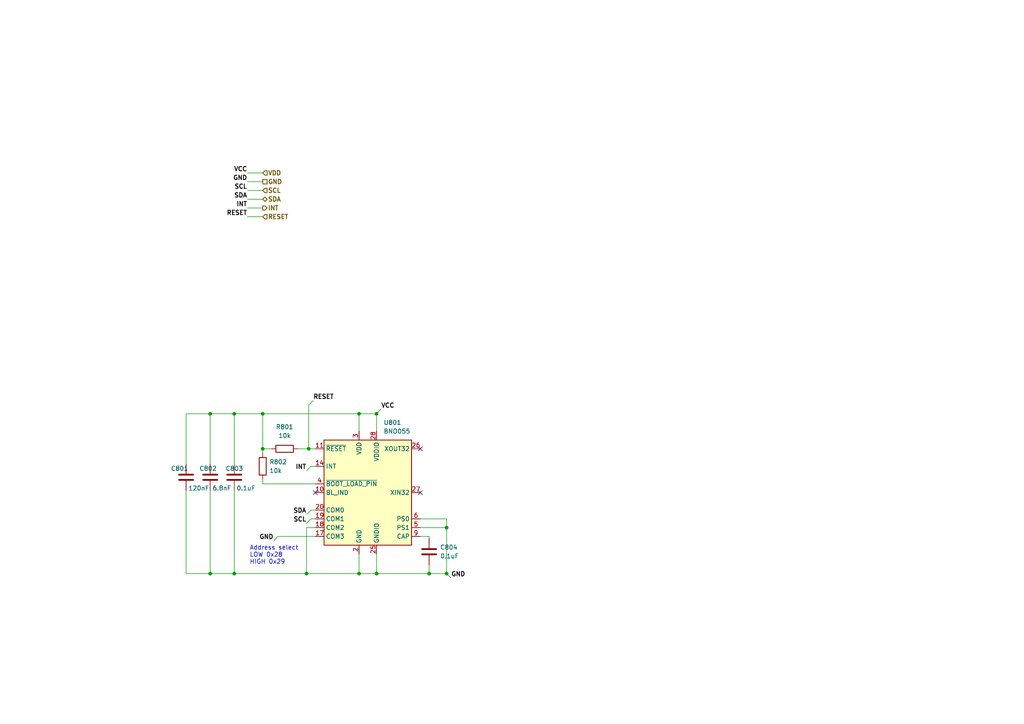
<source format=kicad_sch>
(kicad_sch (version 20211123) (generator eeschema)
  (paper "A4")
  (title_block (title "Power Unit - CanSat 2023") (date "2023-01-19") (rev "2022") (company "Project SkyFall") (comment 1 "David Haisman"))
  (lib_symbols
    (symbol "Device:C" (pin_numbers hide) (pin_names (offset 0.254))
      (property "Reference" "C" (at 0.635 2.54 0))
      (property "Value" "C" (at 0.635 -2.54 0))
      (symbol "C_0_1"
        (polyline (pts (xy -2.032 -0.762) (xy 2.032 -0.762)) (stroke (width 0.508)))
        (polyline (pts (xy -2.032 0.762) (xy 2.032 0.762)) (stroke (width 0.508)))
      )
      (symbol "C_1_1"
        (pin passive line (at 0 3.81 270) (length 2.794) (name "~") (number "1"))
        (pin passive line (at 0 -3.81 90) (length 2.794) (name "~") (number "2"))
      )
    )
    (symbol "Device:R" (pin_numbers hide) (pin_names (offset 0))
      (property "Reference" "R" (at 2.032 0 90))
      (property "Value" "R" (at 0 0 90))
      (symbol "R_0_1"
        (rectangle (start -1.016 -2.54) (end 1.016 2.54) (stroke (width 0.254)))
      )
      (symbol "R_1_1"
        (pin passive line (at 0 3.81 270) (length 1.27) (name "~") (number "1"))
        (pin passive line (at 0 -3.81 90) (length 1.27) (name "~") (number "2"))
      )
    )
    (symbol "Sensor_Motion:BNO055"
      (property "Reference" "U" (at -11.43 16.51 0))
      (property "Value" "BNO055" (at 12.7 16.51 0))
      (symbol "BNO055_0_1"
        (rectangle (start -12.7 15.24) (end 12.7 -15.24) (stroke (width 0.254)) (fill (type background)))
      )
      (symbol "BNO055_1_1"
        (pin no_connect line (at -12.7 10.16 0) (length 2.54) hide (name "PIN1") (number "1"))
        (pin output line (at -15.24 0 0) (length 2.54) (name "BL_IND") (number "10"))
        (pin input line (at -15.24 12.7 0) (length 2.54) (name "~{RESET}") (number "11"))
        (pin no_connect line (at 12.7 10.16 180) (length 2.54) hide (name "PIN12") (number "12"))
        (pin no_connect line (at 12.7 7.62 180) (length 2.54) hide (name "PIN13") (number "13"))
        (pin output line (at -15.24 7.62 0) (length 2.54) (name "INT") (number "14"))
        (pin passive line (at 2.54 -17.78 90) (length 2.54) hide (name "GNDIO") (number "15"))
        (pin passive line (at 2.54 -17.78 90) (length 2.54) hide (name "GNDIO") (number "16"))
        (pin input line (at -15.24 -12.7 0) (length 2.54) (name "COM3") (number "17"))
        (pin bidirectional line (at -15.24 -10.16 0) (length 2.54) (name "COM2") (number "18"))
        (pin bidirectional line (at -15.24 -7.62 0) (length 2.54) (name "COM1") (number "19"))
        (pin power_in line (at -2.54 -17.78 90) (length 2.54) (name "GND") (number "2"))
        (pin bidirectional line (at -15.24 -5.08 0) (length 2.54) (name "COM0") (number "20"))
        (pin no_connect line (at 12.7 5.08 180) (length 2.54) hide (name "PIN21") (number "21"))
        (pin no_connect line (at 12.7 2.54 180) (length 2.54) hide (name "PIN22") (number "22"))
        (pin no_connect line (at 12.7 -2.54 180) (length 2.54) hide (name "PIN23") (number "23"))
        (pin no_connect line (at 12.7 -5.08 180) (length 2.54) hide (name "PIN24") (number "24"))
        (pin power_in line (at 2.54 -17.78 90) (length 2.54) (name "GNDIO") (number "25"))
        (pin output line (at 15.24 12.7 180) (length 2.54) (name "XOUT32") (number "26"))
        (pin input line (at 15.24 0 180) (length 2.54) (name "XIN32") (number "27"))
        (pin power_in line (at 2.54 17.78 270) (length 2.54) (name "VDDIO") (number "28"))
        (pin power_in line (at -2.54 17.78 270) (length 2.54) (name "VDD") (number "3"))
        (pin input line (at -15.24 2.54 0) (length 2.54) (name "~{BOOT_LOAD_PIN}") (number "4"))
        (pin input line (at 15.24 -10.16 180) (length 2.54) (name "PS1") (number "5"))
        (pin input line (at 15.24 -7.62 180) (length 2.54) (name "PS0") (number "6"))
        (pin no_connect line (at -12.7 5.08 0) (length 2.54) hide (name "PIN7") (number "7"))
        (pin no_connect line (at -12.7 -2.54 0) (length 2.54) hide (name "PIN8") (number "8"))
        (pin passive line (at 15.24 -12.7 180) (length 2.54) (name "CAP") (number "9"))
      )
    )
  )
  (junction (at 76.2 130.175))
  (junction (at 129.54 153.035))
  (junction (at 67.945 120.015))
  (junction (at 129.54 166.37))
  (junction (at 124.46 166.37))
  (junction (at 67.945 166.37))
  (junction (at 89.535 130.175))
  (junction (at 60.96 166.37))
  (junction (at 88.9 166.37))
  (junction (at 109.22 120.015))
  (junction (at 109.22 166.37))
  (junction (at 104.14 166.37))
  (junction (at 76.2 120.015))
  (junction (at 104.14 120.015))
  (junction (at 60.96 120.015))
  (no_connect (at 91.44 142.875))
  (no_connect (at 121.92 142.875))
  (no_connect (at 121.92 130.175))
  (wire (pts (xy 121.92 153.035) (xy 129.54 153.035)))
  (wire (pts (xy 53.975 134.62) (xy 53.975 120.015)))
  (wire (pts (xy 71.755 52.705) (xy 76.2 52.705)))
  (wire (pts (xy 60.96 142.24) (xy 60.96 166.37)))
  (wire (pts (xy 53.975 166.37) (xy 60.96 166.37)))
  (wire (pts (xy 90.17 147.955) (xy 88.9 149.225)))
  (wire (pts (xy 109.22 166.37) (xy 124.46 166.37)))
  (wire (pts (xy 109.22 160.655) (xy 109.22 166.37)))
  (wire (pts (xy 91.44 153.035) (xy 88.9 153.035)))
  (wire (pts (xy 104.14 160.655) (xy 104.14 166.37)))
  (wire (pts (xy 88.9 166.37) (xy 67.945 166.37)))
  (wire (pts (xy 71.755 60.325) (xy 76.2 60.325)))
  (wire (pts (xy 89.535 117.475) (xy 90.805 116.205)))
  (wire (pts (xy 124.46 155.575) (xy 124.46 156.21)))
  (wire (pts (xy 76.2 120.015) (xy 104.14 120.015)))
  (wire (pts (xy 124.46 166.37) (xy 129.54 166.37)))
  (wire (pts (xy 129.54 153.035) (xy 129.54 166.37)))
  (wire (pts (xy 67.945 166.37) (xy 67.945 142.24)))
  (wire (pts (xy 109.22 120.015) (xy 104.14 120.015)))
  (wire (pts (xy 129.54 150.495) (xy 129.54 153.035)))
  (wire (pts (xy 67.945 134.62) (xy 67.945 120.015)))
  (wire (pts (xy 53.975 120.015) (xy 60.96 120.015)))
  (wire (pts (xy 91.44 150.495) (xy 90.17 150.495)))
  (wire (pts (xy 60.96 166.37) (xy 67.945 166.37)))
  (wire (pts (xy 121.92 155.575) (xy 124.46 155.575)))
  (wire (pts (xy 67.945 120.015) (xy 76.2 120.015)))
  (wire (pts (xy 124.46 163.83) (xy 124.46 166.37)))
  (wire (pts (xy 104.14 125.095) (xy 104.14 120.015)))
  (wire (pts (xy 91.44 147.955) (xy 90.17 147.955)))
  (wire (pts (xy 76.2 139.065) (xy 76.2 140.335)))
  (wire (pts (xy 71.755 50.165) (xy 76.2 50.165)))
  (wire (pts (xy 109.22 125.095) (xy 109.22 120.015)))
  (wire (pts (xy 90.17 150.495) (xy 88.9 151.765)))
  (wire (pts (xy 110.49 118.745) (xy 109.22 120.015)))
  (wire (pts (xy 104.14 166.37) (xy 109.22 166.37)))
  (wire (pts (xy 90.17 135.255) (xy 88.9 136.525)))
  (wire (pts (xy 76.2 130.175) (xy 76.2 131.445)))
  (wire (pts (xy 121.92 150.495) (xy 129.54 150.495)))
  (wire (pts (xy 71.755 55.245) (xy 76.2 55.245)))
  (wire (pts (xy 76.2 130.175) (xy 78.74 130.175)))
  (wire (pts (xy 80.645 155.575) (xy 79.375 156.845)))
  (wire (pts (xy 76.2 120.015) (xy 76.2 130.175)))
  (wire (pts (xy 129.54 166.37) (xy 130.81 167.64)))
  (wire (pts (xy 89.535 130.175) (xy 91.44 130.175)))
  (wire (pts (xy 89.535 130.175) (xy 89.535 117.475)))
  (wire (pts (xy 76.2 140.335) (xy 91.44 140.335)))
  (wire (pts (xy 91.44 135.255) (xy 90.17 135.255)))
  (wire (pts (xy 91.44 155.575) (xy 80.645 155.575)))
  (wire (pts (xy 60.96 120.015) (xy 60.96 134.62)))
  (wire (pts (xy 76.2 62.865) (xy 71.755 62.865)))
  (wire (pts (xy 88.9 153.035) (xy 88.9 166.37)))
  (wire (pts (xy 104.14 166.37) (xy 88.9 166.37)))
  (wire (pts (xy 86.36 130.175) (xy 89.535 130.175)))
  (wire (pts (xy 60.96 120.015) (xy 67.945 120.015)))
  (wire (pts (xy 53.975 142.24) (xy 53.975 166.37)))
  (wire (pts (xy 71.755 57.785) (xy 76.2 57.785)))
  (text "Address select\nLOW 0x28\nHIGH 0x29" (at 72.39 163.83 0) (effects (font (size 1.27 1.27)) (justify left bottom)))
  (label "INT" (at 71.755 60.325 180) (effects (font bold)))
  (label "GND" (at 79.375 156.845 180) (effects (font bold)))
  (label "INT" (at 88.9 136.525 180) (effects (font bold)))
  (label "GND" (at 71.755 52.705 180) (effects (font bold)))
  (label "SCL" (at 88.9 151.765 180) (effects (font bold)))
  (label "VCC" (at 71.755 50.165 180) (effects (font (thickness 0.254) bold)))
  (label "GND" (at 130.81 167.64 0) (effects (font bold)))
  (label "SDA" (at 71.755 57.785 180) (effects (font bold)))
  (label "SCL" (at 71.755 55.245 180) (effects (font bold)))
  (label "SDA" (at 88.9 149.225 180) (effects (font bold)))
  (label "VCC" (at 110.49 118.745 0) (effects (font (thickness 0.254) bold)))
  (label "RESET" (at 90.805 116.205 0) (effects (font (thickness 0.254) bold)))
  (label "RESET" (at 71.755 62.865 180) (effects (font (thickness 0.254) bold)))
  (hierarchical_label "SCL" (shape input) (at 76.2 55.245 0) (effects (font (thickness 0.254) bold)))
  (hierarchical_label "SDA" (shape bidirectional) (at 76.2 57.785 0) (effects (font (thickness 0.254) bold)))
  (hierarchical_label "RESET" (shape input) (at 76.2 62.865 0) (effects (font bold)))
  (hierarchical_label "GND" (shape passive) (at 76.2 52.705 0) (effects (font (thickness 0.254) bold)))
  (hierarchical_label "INT" (shape output) (at 76.2 60.325 0) (effects (font bold)))
  (hierarchical_label "VDD" (shape input) (at 76.2 50.165 0) (effects (font (thickness 0.254) bold)))
  (symbol (lib_id "Device:R") (at 76.2 135.255 180) (unit 1)
    (property "Reference" "R802" (at 78.105 133.9849 0) (effects (justify right)))
    (property "Value" "10k" (at 78.105 136.5249 0) (effects (justify right)))
    (property "Footprint" "Resistor_SMD:R_0805_2012Metric" (effects hide))
  )
  (symbol (lib_id "Device:C") (at 60.96 138.43 0) (unit 1)
    (property "Reference" "C802" (at 57.785 135.89 0) (effects (justify left)))
    (property "Value" "6.8nF" (at 61.595 141.605 0) (effects (justify left)))
    (property "Footprint" "Capacitor_SMD:C_0805_2012Metric" (effects hide))
  )
  (symbol (lib_id "Device:R") (at 82.55 130.175 90) (unit 1)
    (property "Reference" "R801" (at 82.55 123.825 90))
    (property "Value" "10k" (at 82.55 126.365 90))
    (property "Footprint" "Resistor_SMD:R_0805_2012Metric" (effects hide))
  )
  (symbol (lib_id "Device:C") (at 53.975 138.43 0) (unit 1)
    (property "Reference" "C801" (at 49.53 135.89 0) (effects (justify left)))
    (property "Value" "120nF" (at 54.61 141.605 0) (effects (justify left)))
    (property "Footprint" "Capacitor_SMD:C_0805_2012Metric" (effects hide))
  )
  (symbol (lib_id "Device:C") (at 124.46 160.02 0) (unit 1)
    (property "Reference" "C804" (at 127.635 158.7499 0) (effects (justify left)))
    (property "Value" "0.1uF" (at 127.635 161.2899 0) (effects (justify left)))
    (property "Footprint" "Capacitor_SMD:C_0805_2012Metric" (effects hide))
  )
  (symbol (lib_id "Sensor_Motion:BNO055") (at 106.68 142.875 0) (unit 1)
    (property "Reference" "U801" (at 111.2394 122.555 0) (effects (justify left)))
    (property "Value" "BNO055" (at 111.2394 125.095 0) (effects (justify left)))
    (property "Footprint" "Package_LGA:LGA-28_5.2x3.8mm_P0.5mm" (effects hide))
    (property "Datasheet" "https://ae-bst.resource.bosch.com/media/_tech/media/datasheets/BST_BNO055_DS000_14.pdf" (effects hide))
  )
  (symbol (lib_id "Device:C") (at 67.945 138.43 0) (unit 1)
    (property "Reference" "C803" (at 65.405 135.89 0) (effects (justify left)))
    (property "Value" "0.1uF" (at 68.58 141.605 0) (effects (justify left)))
    (property "Footprint" "Capacitor_SMD:C_0805_2012Metric" (effects hide))
  )
)
</source>
